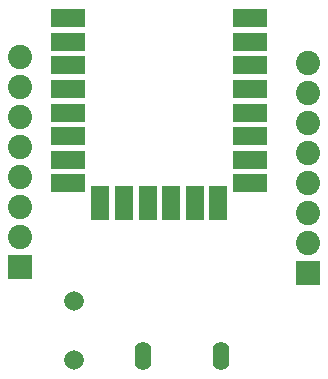
<source format=gbs>
G04 #@! TF.FileFunction,Soldermask,Bot*
%FSLAX46Y46*%
G04 Gerber Fmt 4.6, Leading zero omitted, Abs format (unit mm)*
G04 Created by KiCad (PCBNEW 4.0.7) date Thu Oct 12 12:28:44 2017*
%MOMM*%
%LPD*%
G01*
G04 APERTURE LIST*
%ADD10C,0.200000*%
%ADD11C,1.670000*%
%ADD12R,2.051000X2.051000*%
%ADD13C,2.051000*%
%ADD14O,1.416000X2.432000*%
%ADD15R,2.900000X1.500000*%
%ADD16R,1.500000X2.900000*%
G04 APERTURE END LIST*
D10*
D11*
X157480000Y-99019360D03*
X157480000Y-94020640D03*
D12*
X152908000Y-91186000D03*
D13*
X152908000Y-88646000D03*
X152908000Y-86106000D03*
X152908000Y-83566000D03*
X152908000Y-81026000D03*
X152908000Y-78486000D03*
X152908000Y-75946000D03*
X152908000Y-73406000D03*
D12*
X177292000Y-91694000D03*
D13*
X177292000Y-89154000D03*
X177292000Y-86614000D03*
X177292000Y-84074000D03*
X177292000Y-81534000D03*
X177292000Y-78994000D03*
X177292000Y-76454000D03*
X177292000Y-73914000D03*
D14*
X163324540Y-98686620D03*
X169923460Y-98686620D03*
D15*
X172404000Y-70104000D03*
X172404000Y-72104000D03*
X172404000Y-74104000D03*
X172404000Y-76104000D03*
X172404000Y-78104000D03*
X172404000Y-80104000D03*
X172404000Y-82104000D03*
X172404000Y-84104000D03*
X157004000Y-84104000D03*
X157004000Y-82104000D03*
X157004000Y-80104000D03*
X157004000Y-78104000D03*
X157004000Y-76104000D03*
X157004000Y-74104000D03*
X157004000Y-72104000D03*
X157004000Y-70104000D03*
D16*
X169714000Y-85804000D03*
X167714000Y-85804000D03*
X165714000Y-85804000D03*
X163714000Y-85804000D03*
X161714000Y-85804000D03*
X159714000Y-85804000D03*
M02*

</source>
